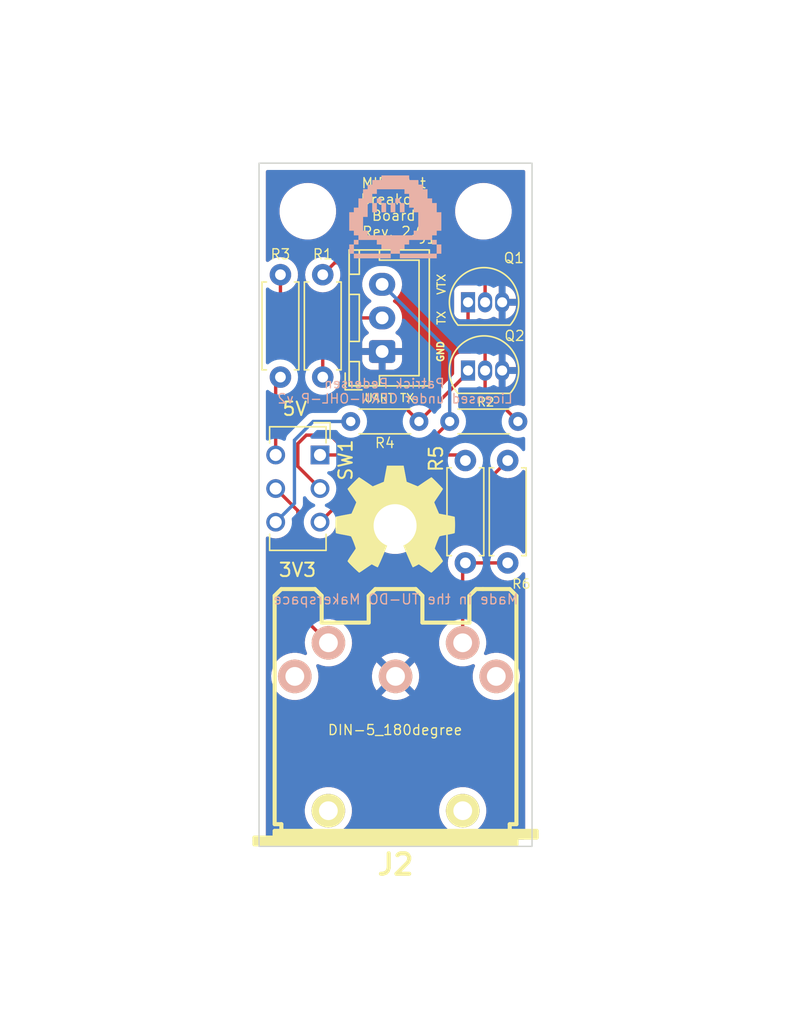
<source format=kicad_pcb>
(kicad_pcb (version 20211014) (generator pcbnew)
  (title_block (title "MIDI Output Breakout Board") (date "2022-11-14") (rev "2.1") (company "TU-DO Makerspace") (comment 1 "License: CERN-OHL-P v2") (comment 2 "ctx.xda@gmail.com") (comment 3 "Author: Patrick Pedersen"))
  (layers (0 "F.Cu" signal) (31 "B.Cu" signal) (34 "B.Paste" user) (35 "F.Paste" user) (36 "B.SilkS" user "B.Silkscreen") (37 "F.SilkS" user "F.Silkscreen") (38 "B.Mask" user) (39 "F.Mask" user) (44 "Edge.Cuts" user))
  (net 0 "")
  (net 1 "/UART_TX")
  (net 2 "GND")
  (net 4 "/VTX")
  (net 6 "/MIDI_CON_VTX+")
  (net 7 "Net-(Q1-Pad1)")
  (net 8 "Net-(Q2-Pad1)")
  (net 9 "/MIDI_CON_VTX-")
  (net 10 "Net-(R3-Pad1)")
  (net 11 "Net-(R4-Pad1)")
  (net 12 "Net-(R5-Pad1)")
  (net 13 "Net-(Q1-Pad2)")
  (net 14 "Net-(SW1-Pad3)")
  (footprint "Package_TO_SOT_THT:TO-92L_Inline" (layer "F.Cu") (at 80.12264 59.759)
    (fp_text reference "Q2" (at 3.4606 -2.5836 180) (layer "F.SilkS") (effects (font (size 0.75 0.75) (thickness 0.1))))
    (fp_text value "BS170")
    (fp_line (start -0.75 1.7) (end 3.1 1.7) (layer "F.SilkS") (width 0.12))
    (fp_arc (start -0.75 1.7) (mid 1.183448 -2.579449) (end 3.138611 1.690122) (layer "F.SilkS") (width 0.12))
    (pad "1" thru_hole rect (at 0 0) (size 1.05 1.5) (drill 0.75) (layers *.Cu *.Mask) (net 8 "Net-(Q2-Pad1)"))
    (pad "2" thru_hole oval (at 1.27 0) (size 1.05 1.5) (drill 0.75) (layers *.Cu *.Mask) (net 7 "Net-(Q1-Pad1)"))
    (pad "3" thru_hole oval (at 2.54 0) (size 1.05 1.5) (drill 0.75) (layers *.Cu *.Mask) (net 2 "GND"))
  )
  (footprint "Resistor_THT:R_Axial_DIN0207_L6.3mm_D2.5mm_P7.62mm_Horizontal" (layer "F.Cu") (at 83.07524 66.458461 -90)
    (fp_text reference "R6" (at 9.182739 -1.016 180) (layer "F.SilkS") (effects (font (size 0.7 0.7) (thickness 0.1))))
    (fp_text value "33")
    (fp_line (start 0.54 1.04) (end 0.54 1.37) (layer "F.SilkS") (width 0.12))
    (fp_line (start 7.08 1.37) (end 7.08 1.04) (layer "F.SilkS") (width 0.12))
    (fp_line (start 0.54 -1.04) (end 0.54 -1.37) (layer "F.SilkS") (width 0.12))
    (fp_line (start 0.54 -1.37) (end 7.08 -1.37) (layer "F.SilkS") (width 0.12))
    (fp_line (start 7.08 -1.37) (end 7.08 -1.04) (layer "F.SilkS") (width 0.12))
    (fp_line (start 0.54 1.37) (end 7.08 1.37) (layer "F.SilkS") (width 0.12))
    (pad "1" thru_hole circle (at 0 0 270) (size 1.6 1.6) (drill 0.8) (layers *.Cu *.Mask) (net 14 "Net-(SW1-Pad3)"))
    (pad "2" thru_hole oval (at 7.62 0 270) (size 1.6 1.6) (drill 0.8) (layers *.Cu *.Mask) (net 6 "/MIDI_CON_VTX+"))
  )
  (footprint "Eurocad:MIDI_DIN5" (layer "F.Cu") (at 74.7268 85.5218)
    (fp_text reference "J2" (at 0 11.00074) (layer "F.SilkS") (effects (font (size 1.524 1.524) (thickness 0.3048))))
    (fp_text value "DIN-5_180degree" (at -0.03356 0.988604) (layer "F.SilkS") (effects (font (size 0.75 0.75) (thickness 0.1))))
    (fp_line (start 5.4991 -7.00024) (end 1.99898 -7.00024) (layer "F.SilkS") (width 0.3048))
    (fp_line (start -1.99898 -8.99922) (end -1.99898 -7.00024) (layer "F.SilkS") (width 0.3048))
    (fp_line (start -10.50036 8.99922) (end -8.99922 8.99922) (layer "F.SilkS") (width 0.3048))
    (fp_line (start 5.4991 -8.99922) (end 5.4991 -7.00024) (layer "F.SilkS") (width 0.3048))
    (fp_line (start 5.99948 -9.4996) (end 5.4991 -8.99922) (layer "F.SilkS") (width 0.3048))
    (fp_line (start 8.99922 -8.99922) (end 8.49884 -9.4996) (layer "F.SilkS") (width 0.3048))
    (fp_line (start 8.99922 9.4996) (end -10.50036 9.4996) (layer "F.SilkS") (width 0.3048))
    (fp_line (start -10.50036 9.4996) (end -10.50036 8.99922) (layer "F.SilkS") (width 0.3048))
    (fp_line (start -10.50036 9.25068) (end 8.99922 9.25068) (layer "F.SilkS") (width 0.3048))
    (fp_line (start 8.99922 8.001) (end 8.49884 8.001) (layer "F.SilkS") (width 0.3048))
    (fp_line (start -8.99922 -8.99922) (end -8.99922 8.001) (layer "F.SilkS") (width 0.3048))
    (fp_line (start -5.99948 -9.4996) (end -5.4991 -8.99922) (layer "F.SilkS") (width 0.3048))
    (fp_line (start -8.49884 -9.4996) (end -5.99948 -9.4996) (layer "F.SilkS") (width 0.3048))
    (fp_line (start -8.99922 8.001) (end -8.49884 8.001) (layer "F.SilkS") (width 0.3048))
    (fp_line (start -8.99922 8.7503) (end 10.50036 8.7503) (layer "F.SilkS") (width 0.3048))
    (fp_line (start 1.50114 -9.4996) (end 1.99898 -8.99922) (layer "F.SilkS") (width 0.3048))
    (fp_line (start 8.49884 8.49884) (end 8.49884 8.001) (layer "F.SilkS") (width 0.3048))
    (fp_line (start 6.49986 -9.4996) (end 5.99948 -9.4996) (layer "F.SilkS") (width 0.3048))
    (fp_line (start 10.50036 8.49884) (end 10.50036 8.99922) (layer "F.SilkS") (width 0.3048))
    (fp_line (start -1.50114 -9.4996) (end 1.50114 -9.4996) (layer "F.SilkS") (width 0.3048))
    (fp_line (start -1.50114 -9.4996) (end -1.99898 -8.99922) (layer "F.SilkS") (width 0.3048))
    (fp_line (start -8.49884 8.001) (end -8.49884 8.49884) (layer "F.SilkS") (width 0.3048))
    (fp_line (start -5.4991 -7.00024) (end -1.99898 -7.00024) (layer "F.SilkS") (width 0.3048))
    (fp_line (start 1.99898 -8.99922) (end 1.99898 -7.00024) (layer "F.SilkS") (width 0.3048))
    (fp_line (start 8.99922 -8.99922) (end 8.99922 8.001) (layer "F.SilkS") (width 0.3048))
    (fp_line (start -5.4991 -8.99922) (end -5.4991 -7.00024) (layer "F.SilkS") (width 0.3048))
    (fp_line (start 10.50036 8.99922) (end 8.99922 8.99922) (layer "F.SilkS") (width 0.3048))
    (fp_line (start 8.99922 8.99922) (end 8.99922 9.4996) (layer "F.SilkS") (width 0.3048))
    (fp_line (start 8.99922 8.99922) (end -8.99922 8.99922) (layer "F.SilkS") (width 0.3048))
    (fp_line (start -8.99922 8.99922) (end -8.99922 8.49884) (layer "F.SilkS") (width 0.3048))
    (fp_line (start -8.99922 -8.99922) (end -8.49884 -9.4996) (layer "F.SilkS") (width 0.3048))
    (fp_line (start 8.49884 -9.4996) (end 6.49986 -9.4996) (layer "F.SilkS") (width 0.3048))
    (fp_line (start -8.99922 8.49884) (end 10.50036 8.49884) (layer "F.SilkS") (width 0.3048))
    (pad "" np_thru_hole circle locked (at 5.00126 6.9977) (size 2.49936 2.49936) (drill 1.397) (layers *.Cu *.Mask "F.SilkS"))
    (pad "" np_thru_hole circle locked (at -5.00126 6.9977) (size 2.49936 2.49936) (drill 1.397) (layers *.Cu *.Mask "F.SilkS"))
    (pad "1" thru_hole circle locked (at 7.49808 -2.9972) (size 2.49936 2.49936) (drill 1.397) (layers *.Cu *.SilkS *.Mask))
    (pad "2" thru_hole circle locked (at 0 -2.99974) (size 2.49936 2.49936) (drill 1.397) (layers *.Cu *.SilkS *.Mask) (net 2 "GND"))
    (pad "3" thru_hole circle locked (at -7.49808 -2.9972) (size 2.49936 2.49936) (drill 1.397) (layers *.Cu *.SilkS *.Mask))
    (pad "4" thru_hole circle locked (at 4.99618 -5.4991) (size 2.49936 2.49936) (drill 1.397) (layers *.Cu *.SilkS *.Mask) (net 6 "/MIDI_CON_VTX+"))
    (pad "5" thru_hole circle locked (at -4.99618 -5.4991) (size 2.49936 2.49936) (drill 1.397) (layers *.Cu *.SilkS *.Mask) (net 9 "/MIDI_CON_VTX-"))
  )
  (footprint "Resistor_THT:R_Axial_DIN0207_L6.3mm_D2.5mm_P7.62mm_Horizontal" (layer "F.Cu") (at 66.15884 60.2488 90)
    (fp_text reference "R3" (at 9.144 0 180) (layer "F.SilkS") (effects (font (size 0.75 0.75) (thickness 0.1))))
    (fp_text value "220")
    (fp_line (start 7.08 1.37) (end 7.08 1.04) (layer "F.SilkS") (width 0.12))
    (fp_line (start 7.08 -1.37) (end 7.08 -1.04) (layer "F.SilkS") (width 0.12))
    (fp_line (start 0.54 1.04) (end 0.54 1.37) (layer "F.SilkS") (width 0.12))
    (fp_line (start 0.54 -1.04) (end 0.54 -1.37) (layer "F.SilkS") (width 0.12))
    (fp_line (start 0.54 1.37) (end 7.08 1.37) (layer "F.SilkS") (width 0.12))
    (fp_line (start 0.54 -1.37) (end 7.08 -1.37) (layer "F.SilkS") (width 0.12))
    (pad "1" thru_hole circle (at 0 0 90) (size 1.6 1.6) (drill 0.8) (layers *.Cu *.Mask) (net 10 "Net-(R3-Pad1)"))
    (pad "2" thru_hole oval (at 7.62 0 90) (size 1.6 1.6) (drill 0.8) (layers *.Cu *.Mask) (net 8 "Net-(Q2-Pad1)"))
  )
  (footprint "Resistor_THT:R_Axial_DIN0207_L6.3mm_D2.5mm_P7.62mm_Horizontal" (layer "F.Cu") (at 69.30844 60.2488 90)
    (fp_text reference "R1" (at 9.144 0 180) (layer "F.SilkS") (effects (font (size 0.75 0.75) (thickness 0.1))))
    (fp_text value "220")
    (fp_line (start 0.54 1.04) (end 0.54 1.37) (layer "F.SilkS") (width 0.12))
    (fp_line (start 0.54 -1.37) (end 7.08 -1.37) (layer "F.SilkS") (width 0.12))
    (fp_line (start 7.08 -1.37) (end 7.08 -1.04) (layer "F.SilkS") (width 0.12))
    (fp_line (start 7.08 1.37) (end 7.08 1.04) (layer "F.SilkS") (width 0.12))
    (fp_line (start 0.54 1.37) (end 7.08 1.37) (layer "F.SilkS") (width 0.12))
    (fp_line (start 0.54 -1.04) (end 0.54 -1.37) (layer "F.SilkS") (width 0.12))
    (pad "1" thru_hole circle (at 0 0 90) (size 1.6 1.6) (drill 0.8) (layers *.Cu *.Mask) (net 1 "/UART_TX"))
    (pad "2" thru_hole oval (at 7.62 0 90) (size 1.6 1.6) (drill 0.8) (layers *.Cu *.Mask) (net 13 "Net-(Q1-Pad2)"))
  )
  (footprint "Resistor_THT:R_Axial_DIN0204_L3.6mm_D1.6mm_P5.08mm_Horizontal" (layer "F.Cu") (at 83.83724 63.5508 180)
    (fp_text reference "R2" (at 2.392157 1.4478) (layer "F.SilkS") (effects (font (size 0.65 0.65) (thickness 0.1))))
    (fp_text value "10k")
    (fp_line (start 0.62 -0.92) (end 4.46 -0.92) (layer "F.SilkS") (width 0.12))
    (fp_line (start 0.62 0.92) (end 4.46 0.92) (layer "F.SilkS") (width 0.12))
    (pad "1" thru_hole circle (at 0 0 180) (size 1.4 1.4) (drill 0.7) (layers *.Cu *.Mask) (net 7 "Net-(Q1-Pad1)"))
    (pad "2" thru_hole oval (at 5.08 0 180) (size 1.4 1.4) (drill 0.7) (layers *.Cu *.Mask) (net 4 "/VTX"))
  )
  (footprint "MountingHole:MountingHole_3.2mm_M3" (layer "F.Cu") (at 74.69324 71.30573)
    (fp_text reference "REF**" hide)
    (fp_text value "MountingHole_3.2mm_M3")
    (pad "" np_thru_hole circle (at 0 0) (size 3.2 3.2) (drill 3.2) (layers *.Cu *.Mask))
  )
  (footprint "MountingHole:MountingHole_3.2mm_M3" (layer "F.Cu") (at 81.26654 47.9044)
    (fp_text reference "REF**" hide)
    (fp_text value "MountingHole_3.2mm_M3")
    (pad "" np_thru_hole circle (at 0 0) (size 3.2 3.2) (drill 3.2) (layers *.Cu *.Mask))
  )
  (footprint "Resistor_THT:R_Axial_DIN0207_L6.3mm_D2.5mm_P7.62mm_Horizontal" (layer "F.Cu") (at 79.92564 66.458461 -90)
    (fp_text reference "R5" (at -0.139061 2.1844 90) (layer "F.SilkS"))
    (fp_text value "220")
    (fp_line (start 0.54 1.37) (end 7.08 1.37) (layer "F.SilkS") (width 0.12))
    (fp_line (start 7.08 -1.37) (end 7.08 -1.04) (layer "F.SilkS") (width 0.12))
    (fp_line (start 0.54 1.04) (end 0.54 1.37) (layer "F.SilkS") (width 0.12))
    (fp_line (start 0.54 -1.04) (end 0.54 -1.37) (layer "F.SilkS") (width 0.12))
    (fp_line (start 0.54 -1.37) (end 7.08 -1.37) (layer "F.SilkS") (width 0.12))
    (fp_line (start 7.08 1.37) (end 7.08 1.04) (layer "F.SilkS") (width 0.12))
    (pad "1" thru_hole circle (at 0 0 270) (size 1.6 1.6) (drill 0.8) (layers *.Cu *.Mask) (net 12 "Net-(R5-Pad1)"))
    (pad "2" thru_hole oval (at 7.62 0 270) (size 1.6 1.6) (drill 0.8) (layers *.Cu *.Mask) (net 6 "/MIDI_CON_VTX+"))
  )
  (footprint "MountingHole:MountingHole_3.2mm_M3" (layer "F.Cu") (at 68.19654 47.9044)
    (fp_text reference "REF**" hide)
    (fp_text value "MountingHole_3.2mm_M3")
    (pad "" np_thru_hole circle (at 0 0) (size 3.2 3.2) (drill 3.2) (layers *.Cu *.Mask))
  )
  (footprint "Package_TO_SOT_THT:TO-92L_Inline" (layer "F.Cu") (at 80.12264 54.679)
    (fp_text reference "Q1" (at 3.4098 -3.2948) (layer "F.SilkS") (effects (font (size 0.75 0.75) (thickness 0.1))))
    (fp_text value "BS170")
    (fp_line (start -0.75 1.7) (end 3.1 1.7) (layer "F.SilkS") (width 0.12))
    (fp_arc (start -0.75 1.7) (mid 1.183448 -2.579449) (end 3.138611 1.690122) (layer "F.SilkS") (width 0.12))
    (pad "1" thru_hole rect (at 0 0) (size 1.05 1.5) (drill 0.75) (layers *.Cu *.Mask) (net 7 "Net-(Q1-Pad1)"))
    (pad "2" thru_hole oval (at 1.27 0) (size 1.05 1.5) (drill 0.75) (layers *.Cu *.Mask) (net 13 "Net-(Q1-Pad2)"))
    (pad "3" thru_hole oval (at 2.54 0) (size 1.05 1.5) (drill 0.75) (layers *.Cu *.Mask) (net 2 "GND"))
  )
  (footprint "Symbol:OSHW-Symbol_8.9x8mm_SilkScreen" (layer "F.Cu") (at 74.69324 70.8406)
    (fp_text reference "REF**" hide)
    (fp_text value "OSHW-Symbol_8.9x8mm_SilkScreen" hide)
    (fp_poly (pts (xy 0.746536 -3.399573) (xy 0.859118 -2.802382) (xy 1.274531 -2.631135) (xy 1.689945 -2.459888) (xy 2.188302 -2.798767) (xy 2.327869 -2.893123) (xy 2.454029 -2.97737) (xy 2.560896 -3.047662) (xy 2.642583 -3.100153) (xy 2.693202 -3.130996) (xy 2.706987 -3.137647) (xy 2.731821 -3.120542) (xy 2.784889 -3.073256) (xy 2.860241 -3.001828) (xy 2.95193 -2.9123) (xy 3.054008 -2.810711) (xy 3.160527 -2.703102) (xy 3.265537 -2.595513) (xy 3.363092 -2.493985) (xy 3.447243 -2.404559) (xy 3.512041 -2.333274) (xy 3.551538 -2.286172) (xy 3.560981 -2.270408) (xy 3.547392 -2.241347) (xy 3.509294 -2.177679) (xy 3.450694 -2.085633) (xy 3.375598 -1.971436) (xy 3.288009 -1.841316) (xy 3.237255 -1.767099) (xy 3.144746 -1.631578) (xy 3.062541 -1.509284) (xy 2.994631 -1.406305) (xy 2.945001 -1.328727) (xy 2.917641 -1.282639) (xy 2.91353 -1.272953) (xy 2.92285 -1.245426) (xy 2.948255 -1.181272) (xy 2.985912 -1.08951) (xy 3.031987 -0.979161) (xy 3.082647 -0.859245) (xy 3.13406 -0.738781) (xy 3.18239 -0.626791) (xy 3.223807 -0.532293) (xy 3.254475 -0.464308) (xy 3.270562 -0.431857) (xy 3.271512 -0.43058) (xy 3.296773 -0.424383) (xy 3.364046 -0.41056) (xy 3.466361 -0.390468) (xy 3.596742 -0.365466) (xy 3.748217 -0.336914) (xy 3.836594 -0.320449) (xy 3.998453 -0.289631) (xy 4.14465 -0.260306) (xy 4.267788 -0.234079) (xy 4.36047 -0.212554) (xy 4.415302 -0.197335) (xy 4.426324 -0.192507) (xy 4.437119 -0.159826) (xy 4.44583 -0.086015) (xy 4.452461 0.020292) (xy 4.457019 0.150467) (xy 4.45951 0.295876) (xy 4.459939 0.44789) (xy 4.458312 0.597877) (xy 4.454636 0.737206) (xy 4.448916 0.857245) (xy 4.441158 0.949365) (xy 4.431369 1.004932) (xy 4.425497 1.0165) (xy 4.3904 1.030365) (xy 4.316029 1.050188) (xy 4.212224 1.073639) (xy 4.08882 1.098391) (xy 4.045742 1.106398) (xy 3.838048 1.144441) (xy 3.673985 1.175079) (xy 3.548131 1.199529) (xy 3.455066 1.219009) (xy 3.389368 1.234736) (xy 3.345618 1.247928) (xy 3.318393 1.259804) (xy 3.302273 1.27158) (xy 3.300018 1.273908) (xy 3.277504 1.3114) (xy 3.243159 1.384365) (xy 3.200412 1.483867) (xy 3.152693 1.600973) (xy 3.103431 1.726748) (xy 3.056056 1.852257) (xy 3.013996 1.968565) (xy 2.980681 2.066739) (xy 2.959542 2.137843) (xy 2.954006 2.172942) (xy 2.954467 2.174172) (xy 2.973224 2.202861) (xy 3.015777 2.265985) (xy 3.077654 2.356973) (xy 3.154383 2.469255) (xy 3.241492 2.59626) (xy 3.266299 2.632353) (xy 3.354753 2.763203) (xy 3.432589 2.882591) (xy 3.495567 2.983662) (xy 3.539446 3.059559) (xy 3.559986 3.103427) (xy 3.560981 3.108817) (xy 3.543723 3.137144) (xy 3.496036 3.193261) (xy 3.424051 3.271137) (xy 3.333898 3.36474) (xy 3.231706 3.468041) (xy 3.123606 3.575006) (xy 3.015729 3.679606) (xy 2.914205 3.775809) (xy 2.825163 3.857584) (xy 2.754734 3.9189) (xy 2.709048 3.953726) (xy 2.69641 3.959412) (xy 2.666992 3.94602) (xy 2.606762 3.909899) (xy 2.52553 3.857136) (xy 2.463031 3.814667) (xy 2.349786 3.73674) (xy 2.215675 3.644984) (xy 2.081156 3.553375) (xy 2.008834 3.504346) (xy 1.764039 3.33877) (xy 1.558551 3.449875) (xy 1.464937 3.498548) (xy 1.385331 3.536381) (xy 1.331468 3.557958) (xy 1.317758 3.560961) (xy 1.301271 3.538793) (xy 1.268746 3.476149) (xy 1.222609 3.378809) (xy 1.165291 3.252549) (xy 1.099217 3.10315) (xy 1.026816 2.936388) (xy 0.950517 2.758042) (xy 0.872747 2.573891) (xy 0.795935 2.389712) (xy 0.722507 2.211285) (xy 0.654893 2.044387) (xy 0.595521 1.894797) (xy 0.546817 1.768293) (xy 0.511211 1.670654) (xy 0.491131 1.607657) (xy 0.487901 1.586021) (xy 0.513497 1.558424) (xy 0.569539 1.513625) (xy 0.644312 1.460934) (xy 0.650588 1.456765) (xy 0.843846 1.302069) (xy 0.999675 1.121591) (xy 1.116725 0.921102) (xy 1.193646 0.706374) (xy 1.229087 0.483177) (xy 1.221698 0.257281) (xy 1.170128 0.034459) (xy 1.073027 -0.179521) (xy 1.044459 -0.226336) (xy 0.895869 -0.415382) (xy 0.720328 -0.567188) (xy 0.523911 -0.680966) (xy 0.312694 -0.755925) (xy 0.092754 -0.791278) (xy -0.129836 -0.786233) (xy -0.348998 -0.740001) (xy -0.558657 -0.651794) (xy -0.752738 -0.520821) (xy -0.812773 -0.467663) (xy -0.965564 -0.301261) (xy -1.076902 -0.126088) (xy -1.153276 0.070266) (xy -1.195812 0.264717) (xy -1.206313 0.483342) (xy -1.171299 0.703052) (xy -1.094326 0.91642) (xy -0.978952 1.116022) (xy -0.828734 1.294429) (xy -0.647226 1.444217) (xy -0.623372 1.460006) (xy -0.547798 1.511712) (xy -0.490348 1.556512) (xy -0.462882 1.585117) (xy -0.462482 1.586021) (xy -0.468379 1.616964) (xy -0.491754 1.687191) (xy -0.530178 1.790925) (xy -0.581222 1.92239) (xy -0.642457 2.075807) (xy -0.711455 2.245401) (xy -0.785786 2.425393) (xy -0.863021 2.610008) (xy -0.940731 2.793468) (xy -1.016488 2.969996) (xy -1.087862 3.133814) (xy -1.152425 3.279147) (xy -1.207747 3.400217) (xy -1.251399 3.491247) (xy -1.280953 3.54646) (xy -1.292855 3.560961) (xy -1.329222 3.549669) (xy -1.397269 3.519385) (xy -1.485263 3.47552) (xy -1.533649 3.449875) (xy -1.739136 3.33877) (xy -1.983931 3.504346) (xy -2.108893 3.58917) (xy -2.245704 3.682516) (xy -2.373911 3.770408) (xy -2.438128 3.814667) (xy -2.528448 3.875318) (xy -2.604928 3.923381) (xy -2.657592 3.95277) (xy -2.674697 3.958982) (xy -2.699594 3.942223) (xy -2.754694 3.895436) (xy -2.834656 3.82348) (xy -2.934139 3.731212) (xy -3.047799 3.62349) (xy -3.119684 3.554326) (xy -3.245448 3.430757) (xy -3.354136 3.320234) (xy -3.441354 3.227485) (xy -3.50271 3.157237) (xy -3.533808 3.11422) (xy -3.536791 3.10549) (xy -3.522946 3.072284) (xy -3.484687 3.005142) (xy -3.426258 2.910863) (xy -3.351902 2.796245) (xy -3.265864 2.668083) (xy -3.241397 2.632353) (xy -3.152245 2.502489) (xy -3.072261 2.385569) (xy -3.005919 2.288162) (xy -2.957688 2.216839) (xy -2.932042 2.17817) (xy -2.929564 2.174172) (xy -2.93327 2.143355) (xy -2.952938 2.075599) (xy -2.985139 1.979839) (xy -3.026444 1.865009) (xy -3.073424 1.740044) (xy -3.12265 1.613879) (xy -3.170691 1.495448) (xy -3.214118 1.393685) (xy -3.249503 1.317526) (xy -3.273415 1.275904) (xy -3.275115 1.273908) (xy -3.289737 1.262013) (xy -3.314434 1.25025) (xy -3.354627 1.237401) (xy -3.415736 1.222249) (xy -3.503182 1.203576) (xy -3.622387 1.180165) (xy -3.778772 1.150797) (xy -3.977756 1.114255) (xy -4.020839 1.106398) (xy -4.148529 1.081727) (xy -4.259846 1.057593) (xy -4.344954 1.036324) (xy -4.394016 1.020248) (xy -4.400594 1.0165) (xy -4.411435 0.983273) (xy -4.420246 0.909021) (xy -4.427023 0.802376) (xy -4.431759 0.671967) (xy -4.434449 0.526427) (xy -4.435086 0.374386) (xy -4.433665 0.224476) (xy -4.430179 0.085328) (xy -4.424623 -0.034428) (xy -4.416991 -0.126159) (xy -4.407277 -0.181234) (xy -4.401421 -0.192507) (xy -4.368819 -0.203877) (xy -4.294581 -0.222376) (xy -4.186103 -0.246398) (xy -4.050782 -0.274338) (xy -3.896014 -0.304592) (xy -3.811692 -0.320449) (xy -3.651703 -0.350356) (xy -3.509032 -0.37745) (xy -3.390651 -0.400369) (xy -3.303534 -0.417757) (xy -3.254654 -0.428253) (xy -3.246609 -0.43058) (xy -3.233012 -0.456814) (xy -3.20427 -0.520005) (xy -3.164214 -0.611123) (xy -3.116675 -0.721143) (xy -3.065484 -0.841035) (xy -3.014473 -0.961773) (xy -2.967473 -1.074329) (xy -2.928315 -1.169674) (xy -2.90083 -1.238783) (xy -2.88885 -1.272626) (xy -2.888627 -1.274105) (xy -2.902208 -1.300803) (xy -2.940284 -1.36224) (xy -2.998852 -1.452311) (xy -3.073911 -1.56491) (xy -3.161459 -1.69393) (xy -3.212352 -1.768039) (xy -3.30509 -1.903923) (xy -3.387458 -2.027291) (xy -3.455438 -2.131903) (xy -3.505011 -2.211517) (xy -3.532157 -2.259893) (xy -3.536078 -2.270738) (xy -3.519224 -2.29598) (xy -3.472631 -2.349876) (xy -3.402251 -2.426387) (xy -3.314034 -2.519477) (xy -3.213934 -2.623105) (xy -3.107901 -2.731236) (xy -3.001888 -2.83783) (xy -2.901847 -2.93685) (xy -2.813729 -3.022258) (xy -2.743486 -3.088015) (xy -2.697071 -3.128084) (xy -2.681543 -3.137647) (xy -2.65626 -3.1242) (xy -2.595788 -3.086425) (xy -2.506007 -3.028165) (xy -2.392796 -2.953266) (xy -2.262036 -2.865575) (xy -2.1634 -2.798767) (xy -1.665042 -2.459888) (xy -1.249629 -2.631135) (xy -0.834215 -2.802382) (xy -0.721633 -3.399573) (xy -0.60905 -3.996765) (xy 0.633953 -3.996765) (xy 0.746536 -3.399573)) (layer "F.SilkS") (width 0.01) (fill solid))
  )
  (footprint "Button_Switch_THT:SW_CuK_JS202011CQN_DPDT_Straight" (layer "F.Cu") (at 69.10524 66.0438 -90)
    (fp_text reference "SW1" (at 0.3772 -1.905 90) (layer "F.SilkS"))
    (fp_text value "SW_Push_DPDT")
    (fp_line (start -1.2 -0.75) (end -2.4 -0.75) (layer "F.SilkS") (width 0.12))
    (fp_line (start -2.4 -0.75) (end -2.4 0.45) (layer "F.SilkS") (width 0.12))
    (fp_line (start -2.1 -0.45) (end -2.1 3.75) (layer "F.SilkS") (width 0.12))
    (fp_line (start 7.1 -0.45) (end 7.1 3.75) (layer "F.SilkS") (width 0.12))
    (fp_line (start -2.1 3.75) (end -0.9 3.75) (layer "F.SilkS") (width 0.12))
    (fp_line (start -0.9 -0.45) (end -2.1 -0.45) (layer "F.SilkS") (width 0.12))
    (fp_line (start 7.1 3.75) (end 5.9 3.75) (layer "F.SilkS") (width 0.12))
    (fp_line (start 5.9 -0.45) (end 7.1 -0.45) (layer "F.SilkS") (width 0.12))
    (pad "1" thru_hole rect (at 0 0 270) (size 1.4 1.4) (drill 0.9) (layers *.Cu *.Mask) (net 12 "Net-(R5-Pad1)"))
    (pad "2" thru_hole circle (at 2.5 0 270) (size 1.4 1.4) (drill 0.9) (layers *.Cu *.Mask) (net 4 "/VTX"))
    (pad "3" thru_hole circle (at 5 0 270) (size 1.4 1.4) (drill 0.9) (layers *.Cu *.Mask) (net 14 "Net-(SW1-Pad3)"))
    (pad "4" thru_hole circle (at 0 3.3 270) (size 1.4 1.4) (drill 0.9) (layers *.Cu *.Mask) (net 10 "Net-(R3-Pad1)"))
    (pad "5" thru_hole circle (at 2.5 3.3 270) (size 1.4 1.4) (drill 0.9) (layers *.Cu *.Mask) (net 9 "/MIDI_CON_VTX-"))
    (pad "6" thru_hole circle (at 5 3.3 270) (size 1.4 1.4) (drill 0.9) (layers *.Cu *.Mask) (net 11 "Net-(R4-Pad1)"))
  )
  (footprint "Connector_JST:JST_XH_B3B-XH-A_1x03_P2.50mm_Vertical" (layer "F.Cu") (at 73.72804 58.3438 90)
    (fp_text reference "J1" (at 8.4074 3.3782 180) (layer "F.SilkS") (effects (font (size 0.75 0.75) (thickness 0.1))))
    (fp_text value "Conn_01x03_Male")
    (fp_line (start 6.8 -0.2) (end 6.8 2.75) (layer "F.SilkS") (width 0.12))
    (fp_line (start -0.75 -1.7) (end -0.75 -2.45) (layer "F.SilkS") (width 0.12))
    (fp_line (start -2.55 -1.7) (end -0.75 -1.7) (layer "F.SilkS") (width 0.12))
    (fp_line (start 5.75 -2.45) (end 5.75 -1.7) (layer "F.SilkS") (width 0.12))
    (fp_line (start 7.56 -2.46) (end -2.56 -2.46) (layer "F.SilkS") (width 0.12))
    (fp_line (start -2.56 3.51) (end 7.56 3.51) (layer "F.SilkS") (width 0.12))
    (fp_line (start 0.75 -2.45) (end 0.75 -1.7) (layer "F.SilkS") (width 0.12))
    (fp_line (start 7.56 3.51) (end 7.56 -2.46) (layer "F.SilkS") (width 0.12))
    (fp_line (start -1.8 -0.2) (end -1.8 2.75) (layer "F.SilkS") (width 0.12))
    (fp_line (start 5.75 -1.7) (end 7.55 -1.7) (layer "F.SilkS") (width 0.12))
    (fp_line (start 4.25 -1.7) (end 4.25 -2.45) (layer "F.SilkS") (width 0.12))
    (fp_line (start -0.75 -2.45) (end -2.55 -2.45) (layer "F.SilkS") (width 0.12))
    (fp_line (start 7.55 -2.45) (end 5.75 -2.45) (layer "F.SilkS") (width 0.12))
    (fp_line (start -2.56 -2.46) (end -2.56 3.51) (layer "F.SilkS") (width 0.12))
    (fp_line (start -2.55 -0.2) (end -1.8 -0.2) (layer "F.SilkS") (width 0.12))
    (fp_line (start 6.8 2.75) (end 2.5 2.75) (layer "F.SilkS") (width 0.12))
    (fp_line (start -2.85 -2.75) (end -2.85 -1.5) (layer "F.SilkS") (width 0.12))
    (fp_line (start 7.55 -1.7) (end 7.55 -2.45) (layer "F.SilkS") (width 0.12))
    (fp_line (start 7.55 -0.2) (end 6.8 -0.2) (layer "F.SilkS") (width 0.12))
    (fp_line (start -1.8 2.75) (end 2.5 2.75) (layer "F.SilkS") (width 0.12))
    (fp_line (start -2.55 -2.45) (end -2.55 -1.7) (layer "F.SilkS") (width 0.12))
    (fp_line (start -1.6 -2.75) (end -2.85 -2.75) (layer "F.SilkS") (width 0.12))
    (fp_line (start 0.75 -1.7) (end 4.25 -1.7) (layer "F.SilkS") (width 0.12))
    (fp_line (start 4.25 -2.45) (end 0.75 -2.45) (layer "F.SilkS") (width 0.12))
    (pad "1" thru_hole roundrect (at 0 0 90) (size 1.7 1.95) (drill 0.95) (layers *.Cu *.Mask) (roundrect_rratio 0.1470588235) (net 2 "GND"))
    (pad "2" thru_hole oval (at 2.5 0 90) (size 1.7 1.95) (drill 0.95) (layers *.Cu *.Mask) (net 1 "/UART_TX"))
    (pad "3" thru_hole oval (at 5 0 90) (size 1.7 1.95) (drill 0.95) (layers *.Cu *.Mask) (net 4 "/VTX"))
  )
  (footprint "Resistor_THT:R_Axial_DIN0204_L3.6mm_D1.6mm_P5.08mm_Horizontal" (layer "F.Cu") (at 71.39124 63.5508)
    (fp_text reference "R4" (at 2.54 1.6002) (layer "F.SilkS") (effects (font (size 0.75 0.75) (thickness 0.1))))
    (fp_text value "10")
    (fp_line (start 0.62 -0.92) (end 4.46 -0.92) (layer "F.SilkS") (width 0.12))
    (fp_line (start 0.62 0.92) (end 4.46 0.92) (layer "F.SilkS") (width 0.12))
    (pad "1" thru_hole circle (at 0 0) (size 1.4 1.4) (drill 0.7) (layers *.Cu *.Mask) (net 11 "Net-(R4-Pad1)"))
    (pad "2" thru_hole oval (at 5.08 0) (size 1.4 1.4) (drill 0.7) (layers *.Cu *.Mask) (net 8 "Net-(Q2-Pad1)"))
  )
  (gr_poly (pts (xy 73.336722 47.295329) (xy 73.679357 47.295329) (xy 73.679357 46.952694) (xy 73.336722 46.952694)) (layer "B.SilkS") (width 0.007) (fill solid))
  (gr_poly (pts (xy 74.364628 47.9806) (xy 74.707263 47.9806) (xy 74.707263 47.295329) (xy 74.364628 47.295329)) (layer "B.SilkS") (width 0.007) (fill solid))
  (gr_poly (pts (xy 74.707263 47.295329) (xy 75.049898 47.295329) (xy 75.049898 46.952694) (xy 74.707263 46.952694)) (layer "B.SilkS") (width 0.007) (fill solid))
  (gr_poly (pts (xy 75.049898 47.9806) (xy 75.392534 47.9806) (xy 75.392534 47.295329) (xy 75.049898 47.295329)) (layer "B.SilkS") (width 0.007) (fill solid))
  (gr_poly (pts (xy 72.994086 47.9806) (xy 73.336722 47.9806) (xy 73.336722 47.295329) (xy 72.994086 47.295329)) (layer "B.SilkS") (width 0.007) (fill solid))
  (gr_poly (pts (xy 73.679357 47.9806) (xy 74.021992 47.9806) (xy 74.021992 47.295329) (xy 73.679357 47.295329)) (layer "B.SilkS") (width 0.007) (fill solid))
  (gr_poly (pts (xy 71.623544 50.036412) (xy 71.623544 50.379048) (xy 71.280909 50.379048) (xy 71.280909 51.064319) (xy 71.623544 51.064319) (xy 71.623544 51.406954) (xy 74.364628 51.406954) (xy 74.364628 51.064319) (xy 71.623544 51.064319) (xy 71.623544 50.379048) (xy 71.96618 50.379048) (xy 71.96618 50.036412) (xy 73.336722 50.036412) (xy 73.336722 50.379048) (xy 73.679357 50.379048) (xy 73.679357 50.721684) (xy 74.364628 50.721684) (xy 74.364628 51.064319) (xy 75.049898 51.064319) (xy 75.049898 51.406954) (xy 77.790982 51.406954) (xy 77.790982 51.064319) (xy 75.049898 51.064319) (xy 75.049898 50.721684) (xy 75.392534 50.721684) (xy 75.392534 50.379048) (xy 75.735169 50.379048) (xy 75.735169 50.036412) (xy 77.448346 50.036412) (xy 77.448346 50.379048) (xy 77.790982 50.379048) (xy 77.790982 51.064319) (xy 78.133617 51.064319) (xy 78.133617 50.379048) (xy 77.790982 50.379048) (xy 77.790982 50.036412) (xy 77.448346 50.036412) (xy 77.448346 49.693777) (xy 77.790982 49.693777) (xy 77.790982 49.351142) (xy 76.42044 49.351142) (xy 76.077805 49.351142) (xy 76.077805 49.693777) (xy 72.65145 49.693777) (xy 72.65145 49.351142) (xy 72.308815 49.351142) (xy 72.308815 48.323236) (xy 72.65145 48.323236) (xy 72.65145 47.295329) (xy 72.994086 47.295329) (xy 72.994086 46.610059) (xy 73.336722 46.610059) (xy 73.336722 46.267423) (xy 75.392534 46.267423) (xy 75.392534 46.610059) (xy 75.735169 46.610059) (xy 75.735169 47.637965) (xy 76.077805 47.637965) (xy 76.077805 47.9806) (xy 76.42044 47.9806) (xy 76.42044 49.351142) (xy 77.790982 49.351142) (xy 78.133617 49.351142) (xy 78.133617 47.9806) (xy 77.790982 47.9806) (xy 77.790982 47.295329) (xy 77.448346 47.295329) (xy 77.448346 46.952694) (xy 77.105711 46.952694) (xy 77.105711 46.267423) (xy 76.763075 46.267423) (xy 76.763075 45.924788) (xy 76.42044 45.924788) (xy 76.42044 45.582152) (xy 75.735169 45.582152) (xy 75.735169 45.239517) (xy 73.679357 45.239517) (xy 73.679357 45.582152) (xy 72.994086 45.582152) (xy 72.994086 45.924788) (xy 72.65145 45.924788) (xy 72.65145 46.267423) (xy 72.308815 46.267423) (xy 72.308815 46.952694) (xy 71.96618 46.952694) (xy 71.96618 47.637965) (xy 71.623544 47.637965) (xy 71.623544 47.9806) (xy 71.280909 47.9806) (xy 71.280909 49.351142) (xy 71.623544 49.351142) (xy 71.623544 49.693777) (xy 71.96618 49.693777) (xy 71.96618 50.036412)) (layer "B.SilkS") (width 0.007) (fill solid))
  (gr_rect (start 84.8868 95.1738) (end 64.5668 44.323) (layer "Edge.Cuts") (width 0.1) (fill none))
  (gr_text "   Patrick Pedersen\nLicensed under CERN-OHL-P v2" (at 74.69324 61.2902) (layer "B.SilkS") (effects (font (size 0.7 0.7) (thickness 0.1)) (justify mirror)))
  (gr_text "Made in the TU-DO Makerspace" (at 74.74404 76.7842) (layer "B.SilkS") (effects (font (size 0.75 0.75) (thickness 0.1)) (justify mirror)))
  (gr_text "GND" (at 78.079753 58.3438 90) (layer "F.SilkS") (effects (font (size 0.5 0.5) (thickness 0.125))))
  (gr_text "5V" (at 67.22564 62.611) (layer "F.SilkS") (effects (font (size 1 1))))
  (gr_text "TX" (at 78.141503 55.843801 90) (layer "F.SilkS") (effects (font (size 0.6 0.6) (thickness 0.1))))
  (gr_text "UART TX" (at 74.25304 61.7982) (layer "F.SilkS") (effects (font (size 0.6 0.6) (thickness 0.1))))
  (gr_text "3V3" (at 67.42884 74.5998) (layer "F.SilkS") (effects (font (size 1 1))))
  (gr_text "VTX" (at 78.141503 53.343801 90) (layer "F.SilkS") (effects (font (size 0.6 0.6) (thickness 0.1))))
  (gr_text "MIDI Out\nBreakout\nBoard\nRev. 2.0" (at 74.59164 47.625) (layer "F.SilkS") (effects (font (size 0.75 0.75) (thickness 0.1))))
  (segment (start 69.30844 60.2488) (end 69.30844 57.6072) (width 0.25) (layer "F.Cu") (net 1))
  (segment (start 69.30844 57.6072) (end 71.07184 55.8438) (width 0.25) (layer "F.Cu") (net 1))
  (segment (start 71.07184 55.8438) (end 73.72804 55.8438) (width 0.25) (layer "F.Cu") (net 1))
  (segment (start 76.97924 65.3288) (end 78.75724 63.5508) (width 0.25) (layer "F.Cu") (net 4))
  (segment (start 69.10524 68.5438) (end 67.45424 66.8928) (width 0.25) (layer "F.Cu") (net 4))
  (segment (start 67.45424 66.8928) (end 67.45424 65.2018) (width 0.25) (layer "F.Cu") (net 4))
  (segment (start 70.62924 65.3288) (end 76.97924 65.3288) (width 0.25) (layer "F.Cu") (net 4))
  (segment (start 68.08924 64.5668) (end 69.86724 64.5668) (width 0.25) (layer "F.Cu") (net 4))
  (segment (start 67.45424 65.2018) (end 68.08924 64.5668) (width 0.25) (layer "F.Cu") (net 4))
  (segment (start 69.86724 64.5668) (end 70.62924 65.3288) (width 0.25) (layer "F.Cu") (net 4))
  (segment (start 73.72804 53.3438) (end 78.75724 58.373) (width 0.25) (layer "B.Cu") (net 4))
  (segment (start 78.75724 58.373) (end 78.75724 63.5508) (width 0.25) (layer "B.Cu") (net 4))
  (segment (start 79.72298 74.281121) (end 79.92564 74.078461) (width 0.25) (layer "F.Cu") (net 6))
  (segment (start 79.92564 74.078461) (end 83.07524 74.078461) (width 0.25) (layer "F.Cu") (net 6))
  (segment (start 79.72298 80.0227) (end 79.72298 74.281121) (width 0.25) (layer "F.Cu") (net 6))
  (segment (start 80.12264 54.679) (end 80.12264 57.1184) (width 0.25) (layer "F.Cu") (net 7))
  (segment (start 81.39264 61.1062) (end 83.83724 63.5508) (width 0.25) (layer "F.Cu") (net 7))
  (segment (start 80.12264 57.1184) (end 81.39264 58.3884) (width 0.25) (layer "F.Cu") (net 7))
  (segment (start 81.39264 59.759) (end 81.39264 61.1062) (width 0.25) (layer "F.Cu") (net 7))
  (segment (start 81.39264 58.3884) (end 81.39264 59.759) (width 0.25) (layer "F.Cu") (net 7))
  (segment (start 68.24164 62.0776) (end 74.99804 62.0776) (width 0.25) (layer "F.Cu") (net 8))
  (segment (start 74.99804 62.0776) (end 76.47124 63.5508) (width 0.25) (layer "F.Cu") (net 8))
  (segment (start 66.15884 52.6288) (end 66.15884 57.15) (width 0.25) (layer "F.Cu") (net 8))
  (segment (start 66.15884 57.15) (end 67.68284 58.674) (width 0.25) (layer "F.Cu") (net 8))
  (segment (start 67.68284 61.5188) (end 68.24164 62.0776) (width 0.25) (layer "F.Cu") (net 8))
  (segment (start 67.68284 58.674) (end 67.68284 61.5188) (width 0.25) (layer "F.Cu") (net 8))
  (segment (start 80.12264 59.8994) (end 80.12264 59.759) (width 0.25) (layer "F.Cu") (net 8))
  (segment (start 76.47124 63.5508) (end 80.12264 59.8994) (width 0.25) (layer "F.Cu") (net 8))
  (segment (start 67.45424 70.1928) (end 67.45424 77.74632) (width 0.25) (layer "F.Cu") (net 9))
  (segment (start 67.45424 77.74632) (end 69.73062 80.0227) (width 0.25) (layer "F.Cu") (net 9))
  (segment (start 65.80524 68.5438) (end 67.45424 70.1928) (width 0.25) (layer "F.Cu") (net 9))
  (segment (start 65.80524 60.6024) (end 66.15884 60.2488) (width 0.25) (layer "F.Cu") (net 10))
  (segment (start 65.80524 66.0438) (end 65.80524 60.6024) (width 0.25) (layer "F.Cu") (net 10))
  (segment (start 67.20024 64.9478) (end 68.59724 63.5508) (width 0.25) (layer "B.Cu") (net 11))
  (segment (start 65.80524 71.0438) (end 67.20024 69.6488) (width 0.25) (layer "B.Cu") (net 11))
  (segment (start 67.20024 69.6488) (end 67.20024 64.9478) (width 0.25) (layer "B.Cu") (net 11))
  (segment (start 68.59724 63.5508) (end 71.39124 63.5508) (width 0.25) (layer "B.Cu") (net 11))
  (segment (start 79.510979 66.0438) (end 79.92564 66.458461) (width 0.25) (layer "F.Cu") (net 12))
  (segment (start 69.10524 66.0438) (end 79.510979 66.0438) (width 0.25) (layer "F.Cu") (net 12))
  (segment (start 81.39264 52.9398) (end 81.39884 52.9336) (width 0.25) (layer "F.Cu") (net 13))
  (segment (start 70.19744 51.7398) (end 69.30844 52.6288) (width 0.25) (layer "F.Cu") (net 13))
  (segment (start 81.39884 52.9336) (end 80.20504 51.7398) (width 0.25) (layer "F.Cu") (net 13))
  (segment (start 80.20504 51.7398) (end 70.19744 51.7398) (width 0.25) (layer "F.Cu") (net 13))
  (segment (start 81.39264 54.679) (end 81.39264 52.9398) (width 0.25) (layer "F.Cu") (net 13))
  (segment (start 77.86824 66.7258) (end 79.39224 68.2498) (width 0.25) (layer "F.Cu") (net 14))
  (segment (start 69.10524 71.0438) (end 73.42324 66.7258) (width 0.25) (layer "F.Cu") (net 14))
  (segment (start 73.42324 66.7258) (end 77.86824 66.7258) (width 0.25) (layer "F.Cu") (net 14))
  (segment (start 81.283901 68.2498) (end 83.07524 66.458461) (width 0.25) (layer "F.Cu") (net 14))
  (segment (start 79.39224 68.2498) (end 81.283901 68.2498) (width 0.25) (layer "F.Cu") (net 14))
  (zone (net 2) (net_name "GND") (layer "F.Cu") (connect_pads (clearance 0.508)) (min_thickness 0.254) (fill yes (thermal_gap 0.508) (thermal_bridge_width 0.508))
    (polygon (pts (xy 97.04524 108.3818) (xy 52.59524 108.3818) (xy 52.59524 32.1818) (xy 97.04524 32.1818)))
  )
  (zone (net 2) (net_name "GND") (layer "B.Cu") (connect_pads (clearance 0.508)) (min_thickness 0.254) (fill yes (thermal_gap 0.508) (thermal_bridge_width 0.508))
    (polygon (pts (xy 90.69524 102.0318) (xy 58.94524 102.0318) (xy 58.94524 38.5318) (xy 90.69524 38.5318)))
  )
)
</source>
